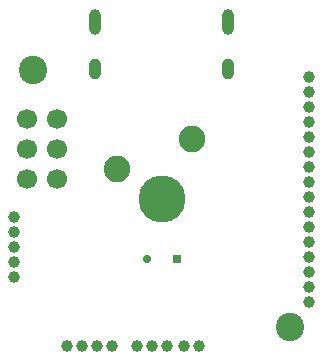
<source format=gbr>
%TF.GenerationSoftware,KiCad,Pcbnew,6.0.0*%
%TF.CreationDate,2022-01-08T01:14:50+01:00*%
%TF.ProjectId,micro,6d696372-6f2e-46b6-9963-61645f706362,rev1.0*%
%TF.SameCoordinates,Original*%
%TF.FileFunction,Soldermask,Top*%
%TF.FilePolarity,Negative*%
%FSLAX46Y46*%
G04 Gerber Fmt 4.6, Leading zero omitted, Abs format (unit mm)*
G04 Created by KiCad (PCBNEW 6.0.0) date 2022-01-08 01:14:50*
%MOMM*%
%LPD*%
G01*
G04 APERTURE LIST*
%ADD10C,2.400000*%
%ADD11C,2.350000*%
%ADD12C,1.000000*%
%ADD13C,3.987800*%
%ADD14C,2.250000*%
%ADD15C,0.700000*%
%ADD16R,0.700000X0.700000*%
%ADD17C,1.700000*%
%ADD18O,1.000000X2.200000*%
%ADD19O,1.000000X1.800000*%
G04 APERTURE END LIST*
D10*
%TO.C,H2*%
X162161000Y-110028000D03*
D11*
X162161000Y-110028000D03*
%TD*%
D12*
%TO.C,J3*%
X154455000Y-111660000D03*
X153185000Y-111660000D03*
%TD*%
D11*
%TO.C,H1*%
X140425000Y-88293000D03*
D10*
X140425000Y-88293000D03*
%TD*%
D13*
%TO.C,MX1*%
X151390000Y-99160000D03*
D14*
X147580000Y-96620000D03*
X153930000Y-94080000D03*
D15*
X150120000Y-104240000D03*
D16*
X152660000Y-104240000D03*
%TD*%
D12*
%TO.C,J5*%
X147090000Y-111670000D03*
X145820000Y-111670000D03*
X144550000Y-111670000D03*
X143280000Y-111670000D03*
%TD*%
%TO.C,J4*%
X149230000Y-111660000D03*
X150500000Y-111660000D03*
X151770000Y-111660000D03*
%TD*%
D17*
%TO.C,J2*%
X142504579Y-92371000D03*
X139964579Y-92371000D03*
X142504579Y-94911000D03*
X139964579Y-94911000D03*
X142504579Y-97451000D03*
X139964579Y-97451000D03*
%TD*%
D12*
%TO.C,J6*%
X138790000Y-105807000D03*
X138790000Y-104537000D03*
X138790000Y-103267000D03*
X138790000Y-101997000D03*
X138790000Y-100727000D03*
%TD*%
%TO.C,J7*%
X163792000Y-88894000D03*
X163792000Y-90164000D03*
X163792000Y-91434000D03*
X163792000Y-92704000D03*
X163792000Y-93974000D03*
X163792000Y-95244000D03*
X163792000Y-96514000D03*
X163792000Y-97784000D03*
X163792000Y-99054000D03*
X163792000Y-100324000D03*
X163792000Y-101594000D03*
X163792000Y-102864000D03*
X163792000Y-104134000D03*
X163792000Y-105404000D03*
X163792000Y-106674000D03*
X163792000Y-107944000D03*
%TD*%
D18*
%TO.C,J1*%
X156912579Y-84156500D03*
D19*
X156912579Y-88156500D03*
D18*
X145672579Y-84156500D03*
D19*
X145672579Y-88156500D03*
%TD*%
M02*

</source>
